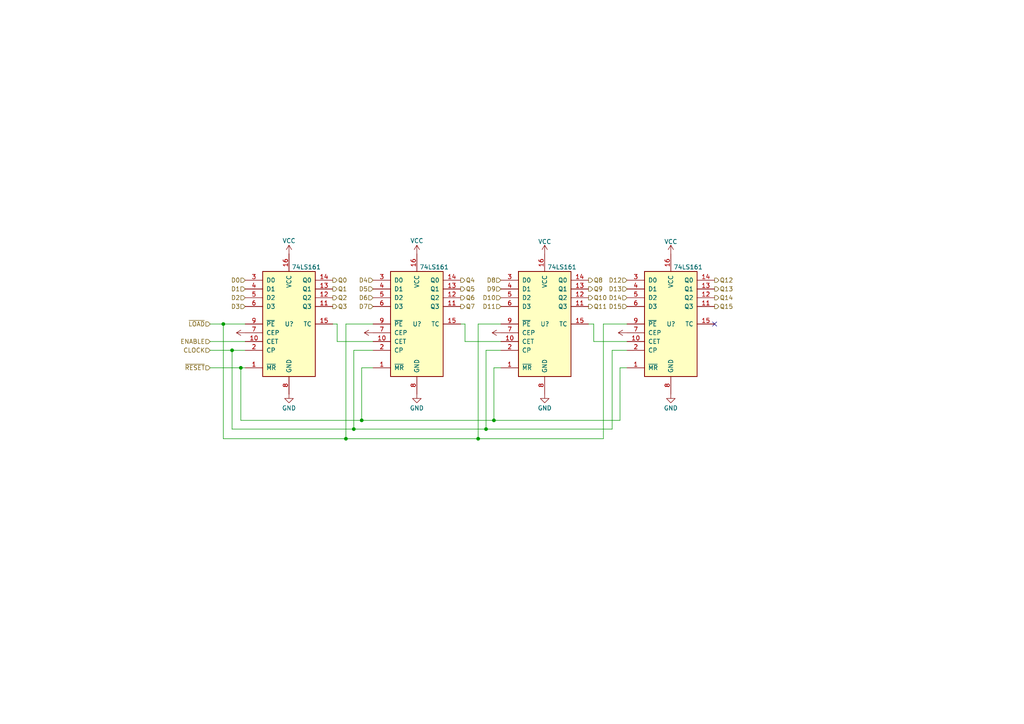
<source format=kicad_sch>
(kicad_sch (version 20211123) (generator eeschema)
  (paper "A4")
  (lib_symbols
    (symbol "74xx:74LS161" (pin_names (offset 1.016))
      (property "Reference" "U" (at -7.62 16.51 0))
      (property "Value" "74LS161" (at -7.62 -16.51 0))
      (symbol "74LS161_1_0"
        (pin input line (at -12.7 -12.7 0) (length 5.08) (name "~{MR}") (number "1"))
        (pin input line (at -12.7 -5.08 0) (length 5.08) (name "CET") (number "10"))
        (pin output line (at 12.7 5.08 180) (length 5.08) (name "Q3") (number "11"))
        (pin output line (at 12.7 7.62 180) (length 5.08) (name "Q2") (number "12"))
        (pin output line (at 12.7 10.16 180) (length 5.08) (name "Q1") (number "13"))
        (pin output line (at 12.7 12.7 180) (length 5.08) (name "Q0") (number "14"))
        (pin output line (at 12.7 0 180) (length 5.08) (name "TC") (number "15"))
        (pin power_in line (at 0 20.32 270) (length 5.08) (name "VCC") (number "16"))
        (pin input line (at -12.7 -7.62 0) (length 5.08) (name "CP") (number "2"))
        (pin input line (at -12.7 12.7 0) (length 5.08) (name "D0") (number "3"))
        (pin input line (at -12.7 10.16 0) (length 5.08) (name "D1") (number "4"))
        (pin input line (at -12.7 7.62 0) (length 5.08) (name "D2") (number "5"))
        (pin input line (at -12.7 5.08 0) (length 5.08) (name "D3") (number "6"))
        (pin input line (at -12.7 -2.54 0) (length 5.08) (name "CEP") (number "7"))
        (pin power_in line (at 0 -20.32 90) (length 5.08) (name "GND") (number "8"))
        (pin input line (at -12.7 0 0) (length 5.08) (name "~{PE}") (number "9"))
      )
      (symbol "74LS161_1_1"
        (rectangle (start -7.62 15.24) (end 7.62 -15.24) (stroke (width 0.254)) (fill (type background)))
      )
    )
    (symbol "power:GND" (power) (pin_names (offset 0))
      (property "Value" "GND" (at 0 -3.81 0))
      (symbol "GND_0_1"
        (polyline (pts (xy 0 0) (xy 0 -1.27) (xy 1.27 -1.27) (xy 0 -2.54) (xy -1.27 -1.27) (xy 0 -1.27)))
      )
      (symbol "GND_1_1"
        (pin power_in line (at 0 0 270) (length 0) hide (name "GND") (number "1"))
      )
    )
    (symbol "power:VCC" (power) (pin_names (offset 0))
      (property "Value" "VCC" (at 0 3.81 0))
      (symbol "VCC_0_1"
        (polyline (pts (xy -0.762 1.27) (xy 0 2.54)))
        (polyline (pts (xy 0 0) (xy 0 2.54)))
        (polyline (pts (xy 0 2.54) (xy 0.762 1.27)))
      )
      (symbol "VCC_1_1"
        (pin power_in line (at 0 0 90) (length 0) hide (name "VCC") (number "1"))
      )
    )
  )
  (junction (at 100.33 127.254))
  (junction (at 140.97 124.46))
  (junction (at 143.256 121.92))
  (junction (at 64.77 93.98))
  (junction (at 67.31 101.6))
  (junction (at 138.684 127.254))
  (junction (at 69.85 106.68))
  (junction (at 104.902 121.92))
  (junction (at 102.616 124.46))
  (no_connect (at 207.264 93.98))
  (wire (pts (xy 172.212 93.98) (xy 170.688 93.98)))
  (wire (pts (xy 177.546 101.6) (xy 177.546 124.46)))
  (wire (pts (xy 102.616 124.46) (xy 67.31 124.46)))
  (wire (pts (xy 69.85 106.68) (xy 69.85 121.92)))
  (wire (pts (xy 140.97 101.6) (xy 140.97 124.46)))
  (wire (pts (xy 60.96 99.06) (xy 71.12 99.06)))
  (wire (pts (xy 64.77 127.254) (xy 64.77 93.98)))
  (wire (pts (xy 102.616 101.6) (xy 102.616 124.46)))
  (wire (pts (xy 108.204 101.6) (xy 102.616 101.6)))
  (wire (pts (xy 175.006 93.98) (xy 175.006 127.254)))
  (wire (pts (xy 67.31 101.6) (xy 71.12 101.6)))
  (wire (pts (xy 181.864 101.6) (xy 177.546 101.6)))
  (wire (pts (xy 140.97 124.46) (xy 102.616 124.46)))
  (wire (pts (xy 143.256 106.68) (xy 143.256 121.92)))
  (wire (pts (xy 69.85 106.68) (xy 71.12 106.68)))
  (wire (pts (xy 97.79 93.98) (xy 96.52 93.98)))
  (wire (pts (xy 67.31 124.46) (xy 67.31 101.6)))
  (wire (pts (xy 175.006 127.254) (xy 138.684 127.254)))
  (wire (pts (xy 181.864 99.06) (xy 172.212 99.06)))
  (wire (pts (xy 172.212 99.06) (xy 172.212 93.98)))
  (wire (pts (xy 97.79 99.06) (xy 97.79 93.98)))
  (wire (pts (xy 138.684 127.254) (xy 100.33 127.254)))
  (wire (pts (xy 181.864 93.98) (xy 175.006 93.98)))
  (wire (pts (xy 140.97 124.46) (xy 177.546 124.46)))
  (wire (pts (xy 145.288 93.98) (xy 138.684 93.98)))
  (wire (pts (xy 134.874 93.98) (xy 133.604 93.98)))
  (wire (pts (xy 145.288 106.68) (xy 143.256 106.68)))
  (wire (pts (xy 104.902 121.92) (xy 104.902 106.68)))
  (wire (pts (xy 108.204 99.06) (xy 97.79 99.06)))
  (wire (pts (xy 100.33 93.98) (xy 100.33 127.254)))
  (wire (pts (xy 60.96 106.68) (xy 69.85 106.68)))
  (wire (pts (xy 179.832 106.68) (xy 179.832 121.92)))
  (wire (pts (xy 138.684 93.98) (xy 138.684 127.254)))
  (wire (pts (xy 100.33 127.254) (xy 64.77 127.254)))
  (wire (pts (xy 145.288 101.6) (xy 140.97 101.6)))
  (wire (pts (xy 143.256 121.92) (xy 179.832 121.92)))
  (wire (pts (xy 104.902 106.68) (xy 108.204 106.68)))
  (wire (pts (xy 108.204 93.98) (xy 100.33 93.98)))
  (wire (pts (xy 69.85 121.92) (xy 104.902 121.92)))
  (wire (pts (xy 145.288 99.06) (xy 134.874 99.06)))
  (wire (pts (xy 60.96 93.98) (xy 64.77 93.98)))
  (wire (pts (xy 64.77 93.98) (xy 71.12 93.98)))
  (wire (pts (xy 60.96 101.6) (xy 67.31 101.6)))
  (wire (pts (xy 143.256 121.92) (xy 104.902 121.92)))
  (wire (pts (xy 181.864 106.68) (xy 179.832 106.68)))
  (wire (pts (xy 134.874 99.06) (xy 134.874 93.98)))
  (hierarchical_label "Q14" (shape output) (at 207.264 86.36 0))
  (hierarchical_label "D7" (shape input) (at 108.204 88.9 180))
  (hierarchical_label "D13" (shape input) (at 181.864 83.82 180))
  (hierarchical_label "Q6" (shape output) (at 133.604 86.36 0))
  (hierarchical_label "D11" (shape input) (at 145.288 88.9 180))
  (hierarchical_label "D0" (shape input) (at 71.12 81.28 180))
  (hierarchical_label "D9" (shape input) (at 145.288 83.82 180))
  (hierarchical_label "Q10" (shape output) (at 170.688 86.36 0))
  (hierarchical_label "D3" (shape input) (at 71.12 88.9 180))
  (hierarchical_label "D15" (shape input) (at 181.864 88.9 180))
  (hierarchical_label "Q3" (shape output) (at 96.52 88.9 0))
  (hierarchical_label "~{RESET}" (shape input) (at 60.96 106.68 180))
  (hierarchical_label "Q7" (shape output) (at 133.604 88.9 0))
  (hierarchical_label "D1" (shape input) (at 71.12 83.82 180))
  (hierarchical_label "D12" (shape input) (at 181.864 81.28 180))
  (hierarchical_label "D4" (shape input) (at 108.204 81.28 180))
  (hierarchical_label "D8" (shape input) (at 145.288 81.28 180))
  (hierarchical_label "D2" (shape input) (at 71.12 86.36 180))
  (hierarchical_label "Q1" (shape output) (at 96.52 83.82 0))
  (hierarchical_label "Q0" (shape output) (at 96.52 81.28 0))
  (hierarchical_label "Q2" (shape output) (at 96.52 86.36 0))
  (hierarchical_label "Q11" (shape output) (at 170.688 88.9 0))
  (hierarchical_label "Q15" (shape output) (at 207.264 88.9 0))
  (hierarchical_label "Q13" (shape output) (at 207.264 83.82 0))
  (hierarchical_label "D6" (shape input) (at 108.204 86.36 180))
  (hierarchical_label "D14" (shape input) (at 181.864 86.36 180))
  (hierarchical_label "CLOCK" (shape input) (at 60.96 101.6 180))
  (hierarchical_label "Q9" (shape output) (at 170.688 83.82 0))
  (hierarchical_label "D5" (shape input) (at 108.204 83.82 180))
  (hierarchical_label "D10" (shape input) (at 145.288 86.36 180))
  (hierarchical_label "Q4" (shape output) (at 133.604 81.28 0))
  (hierarchical_label "Q8" (shape output) (at 170.688 81.28 0))
  (hierarchical_label "~{LOAD}" (shape input) (at 60.96 93.98 180))
  (hierarchical_label "Q12" (shape output) (at 207.264 81.28 0))
  (hierarchical_label "ENABLE" (shape input) (at 60.96 99.06 180))
  (hierarchical_label "Q5" (shape output) (at 133.604 83.82 0))
  (symbol (lib_id "74xx:74LS161") (at 83.82 93.98 0)
    (property "Reference" "U?" (at 82.55 93.98 0) (effects (justify left)))
    (property "Value" "74LS161" (at 84.582 77.47 0) (effects (justify left)))
    (property "Footprint" "Package_DIP:DIP-16_W7.62mm" (effects hide))
    (property "Datasheet" "http://www.ti.com/lit/gpn/sn74LS161" (effects hide))
  )
  (symbol (lib_id "power:VCC") (at 157.988 73.66 0)
    (property "Reference" "#PWR?" (effects hide))
    (property "Value" "VCC" (at 157.988 70.104 0))
  )
  (symbol (lib_id "74xx:74LS161") (at 194.564 93.98 0)
    (property "Reference" "U?" (at 193.294 93.98 0) (effects (justify left)))
    (property "Value" "74LS161" (at 195.326 77.47 0) (effects (justify left)))
    (property "Footprint" "Package_DIP:DIP-16_W7.62mm" (effects hide))
    (property "Datasheet" "http://www.ti.com/lit/gpn/sn74LS161" (effects hide))
  )
  (symbol (lib_id "power:VCC") (at 83.82 73.66 0)
    (property "Reference" "#PWR?" (effects hide))
    (property "Value" "VCC" (at 83.82 69.85 0))
  )
  (symbol (lib_id "power:VCC") (at 145.288 96.52 90)
    (property "Reference" "#PWR?" (effects hide))
    (property "Value" "VCC" (effects hide))
  )
  (symbol (lib_id "power:VCC") (at 194.564 73.66 0)
    (property "Reference" "#PWR?" (effects hide))
    (property "Value" "VCC" (at 194.564 70.104 0))
  )
  (symbol (lib_id "power:VCC") (at 71.12 96.52 90)
    (property "Reference" "#PWR?" (effects hide))
    (property "Value" "VCC" (effects hide))
  )
  (symbol (lib_id "power:VCC") (at 120.904 73.66 0)
    (property "Reference" "#PWR?" (effects hide))
    (property "Value" "VCC" (at 120.904 69.85 0))
  )
  (symbol (lib_id "power:GND") (at 120.904 114.3 0)
    (property "Reference" "#PWR?" (effects hide))
    (property "Value" "GND" (at 120.904 118.364 0))
  )
  (symbol (lib_id "power:VCC") (at 108.204 96.52 90)
    (property "Reference" "#PWR?" (effects hide))
    (property "Value" "VCC" (effects hide))
  )
  (symbol (lib_id "power:VCC") (at 181.864 96.52 90)
    (property "Reference" "#PWR?" (effects hide))
    (property "Value" "VCC" (effects hide))
  )
  (symbol (lib_id "power:GND") (at 194.564 114.3 0)
    (property "Reference" "#PWR?" (effects hide))
    (property "Value" "GND" (at 194.564 118.364 0))
  )
  (symbol (lib_id "74xx:74LS161") (at 120.904 93.98 0)
    (property "Reference" "U?" (at 119.634 93.98 0) (effects (justify left)))
    (property "Value" "74LS161" (at 121.666 77.47 0) (effects (justify left)))
    (property "Footprint" "Package_DIP:DIP-16_W7.62mm" (effects hide))
    (property "Datasheet" "http://www.ti.com/lit/gpn/sn74LS161" (effects hide))
  )
  (symbol (lib_id "74xx:74LS161") (at 157.988 93.98 0)
    (property "Reference" "U?" (at 156.718 93.98 0) (effects (justify left)))
    (property "Value" "74LS161" (at 158.75 77.47 0) (effects (justify left)))
    (property "Footprint" "Package_DIP:DIP-16_W7.62mm" (effects hide))
    (property "Datasheet" "http://www.ti.com/lit/gpn/sn74LS161" (effects hide))
  )
  (symbol (lib_id "power:GND") (at 83.82 114.3 0)
    (property "Reference" "#PWR?" (effects hide))
    (property "Value" "GND" (at 83.82 118.364 0))
  )
  (symbol (lib_id "power:GND") (at 157.988 114.3 0)
    (property "Reference" "#PWR?" (effects hide))
    (property "Value" "GND" (at 157.988 118.364 0))
  )
)
</source>
